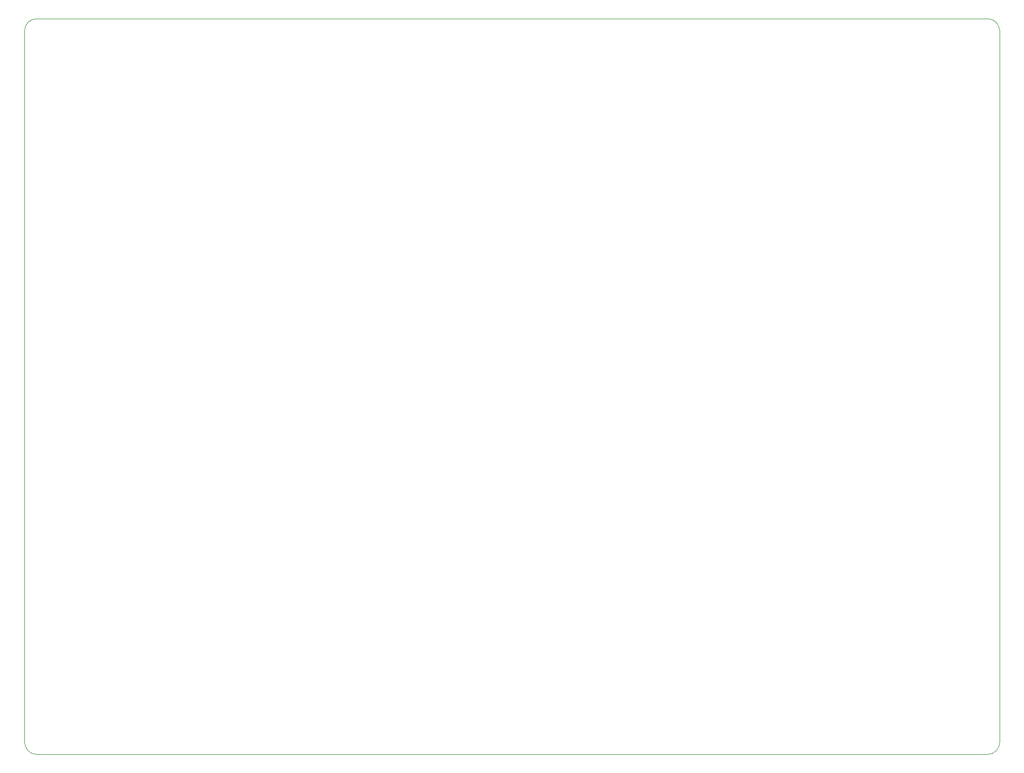
<source format=gbr>
%TF.GenerationSoftware,KiCad,Pcbnew,(5.1.10)-1*%
%TF.CreationDate,2022-11-19T08:35:40-06:00*%
%TF.ProjectId,RC10,52433130-2e6b-4696-9361-645f70636258,rev?*%
%TF.SameCoordinates,Original*%
%TF.FileFunction,Profile,NP*%
%FSLAX46Y46*%
G04 Gerber Fmt 4.6, Leading zero omitted, Abs format (unit mm)*
G04 Created by KiCad (PCBNEW (5.1.10)-1) date 2022-11-19 08:35:40*
%MOMM*%
%LPD*%
G01*
G04 APERTURE LIST*
%TA.AperFunction,Profile*%
%ADD10C,0.050000*%
%TD*%
G04 APERTURE END LIST*
D10*
X22000000Y-20000000D02*
G75*
G03*
X20000000Y-22000000I0J-2000000D01*
G01*
X20000000Y-138000000D02*
G75*
G03*
X22000000Y-140000000I2000000J0D01*
G01*
X177000000Y-140000000D02*
G75*
G03*
X179000000Y-138000000I0J2000000D01*
G01*
X179000000Y-22000000D02*
G75*
G03*
X177000000Y-20000000I-2000000J0D01*
G01*
X179000000Y-22000000D02*
X179000000Y-138000000D01*
X22000000Y-140000000D02*
X177000000Y-140000000D01*
X20000000Y-22000000D02*
X20000000Y-138000000D01*
X22000000Y-20000000D02*
X177000000Y-20000000D01*
M02*

</source>
